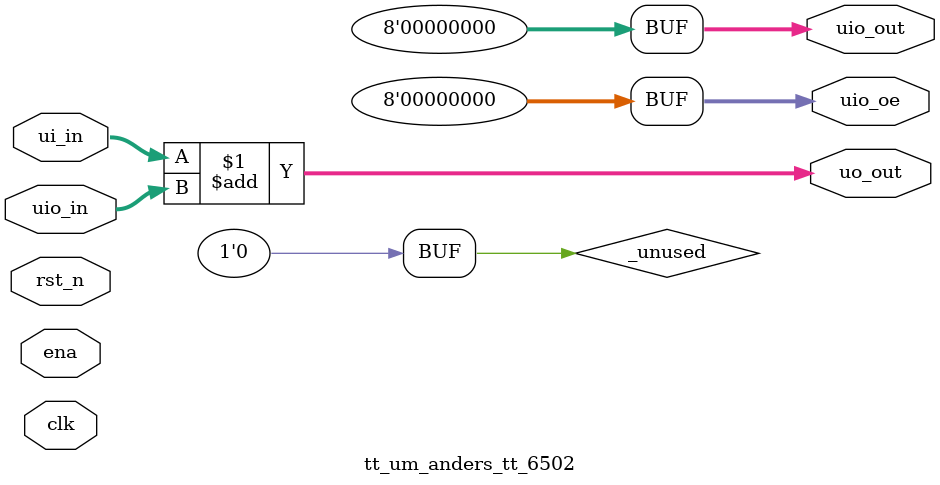
<source format=v>
/*
 * Copyright (c) 2024 Your Name
 * SPDX-License-Identifier: Apache-2.0
 */

`default_nettype none

module tt_um_anders_tt_6502 (
    input  wire [7:0] ui_in,    // Dedicated inputs
    output wire [7:0] uo_out,   // Dedicated outputs
    input  wire [7:0] uio_in,   // IOs: Input path
    output wire [7:0] uio_out,  // IOs: Output path
    output wire [7:0] uio_oe,   // IOs: Enable path (active high: 0=input, 1=output)
    input  wire       ena,      // always 1 when the design is powered, so you can ignore it
    input  wire       clk,      // clock
    input  wire       rst_n     // reset_n - low to reset
);

  // All output pins must be assigned. If not used, assign to 0.
  assign uo_out  = ui_in + uio_in;  // Example: ou_out is the sum of ui_in and uio_in
  assign uio_out = 0;
  assign uio_oe  = 0;

  // List all unused inputs to prevent warnings
  wire _unused = &{ena, clk, rst_n, 1'b0};

endmodule

</source>
